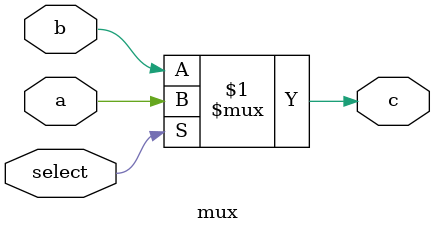
<source format=v>
module mux(
  input a,
  input b,
  input select,
  output c);
  
  assign c = select ? a : b;
  
endmodule

</source>
